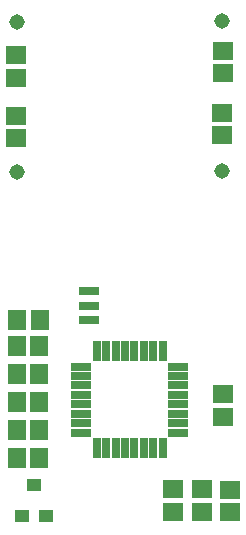
<source format=gbs>
G75*
%MOIN*%
%OFA0B0*%
%FSLAX25Y25*%
%IPPOS*%
%LPD*%
%AMOC8*
5,1,8,0,0,1.08239X$1,22.5*
%
%ADD10R,0.06600X0.02800*%
%ADD11R,0.02800X0.06600*%
%ADD12C,0.05162*%
%ADD13R,0.06706X0.05918*%
%ADD14R,0.06706X0.02769*%
%ADD15R,0.05918X0.06706*%
%ADD16R,0.04737X0.04343*%
D10*
X0033607Y0044652D03*
X0033607Y0047752D03*
X0033607Y0050952D03*
X0033607Y0054052D03*
X0033607Y0057252D03*
X0033607Y0060352D03*
X0033607Y0063552D03*
X0033607Y0066652D03*
X0066007Y0066652D03*
X0066007Y0063552D03*
X0066007Y0060352D03*
X0066007Y0057252D03*
X0066007Y0054052D03*
X0066007Y0050952D03*
X0066007Y0047752D03*
X0066007Y0044652D03*
D11*
X0060807Y0039452D03*
X0057707Y0039452D03*
X0054507Y0039452D03*
X0051407Y0039452D03*
X0048207Y0039452D03*
X0045107Y0039452D03*
X0041907Y0039452D03*
X0038807Y0039452D03*
X0038807Y0071852D03*
X0041907Y0071852D03*
X0045107Y0071852D03*
X0048207Y0071852D03*
X0051407Y0071852D03*
X0054507Y0071852D03*
X0057707Y0071852D03*
X0060807Y0071852D03*
D12*
X0080618Y0131912D03*
X0080618Y0181912D03*
X0012405Y0181439D03*
X0012405Y0131439D03*
D13*
X0011897Y0142716D03*
X0011897Y0150196D03*
X0011901Y0162891D03*
X0011901Y0170371D03*
X0064380Y0025696D03*
X0064380Y0018216D03*
X0074075Y0018239D03*
X0074075Y0025719D03*
X0083322Y0025496D03*
X0083322Y0018016D03*
X0080876Y0049894D03*
X0080876Y0057374D03*
X0080744Y0143777D03*
X0080744Y0151257D03*
X0080821Y0164416D03*
X0080821Y0171897D03*
D14*
X0036149Y0091715D03*
X0036149Y0086990D03*
X0036149Y0082266D03*
D15*
X0012199Y0036073D03*
X0012228Y0045426D03*
X0012122Y0054878D03*
X0012222Y0064284D03*
X0012222Y0073439D03*
X0012358Y0082057D03*
X0019703Y0073439D03*
X0019838Y0082057D03*
X0019703Y0064284D03*
X0019603Y0054878D03*
X0019709Y0045426D03*
X0019679Y0036073D03*
D16*
X0017923Y0027157D03*
X0013986Y0016921D03*
X0021860Y0016921D03*
M02*

</source>
